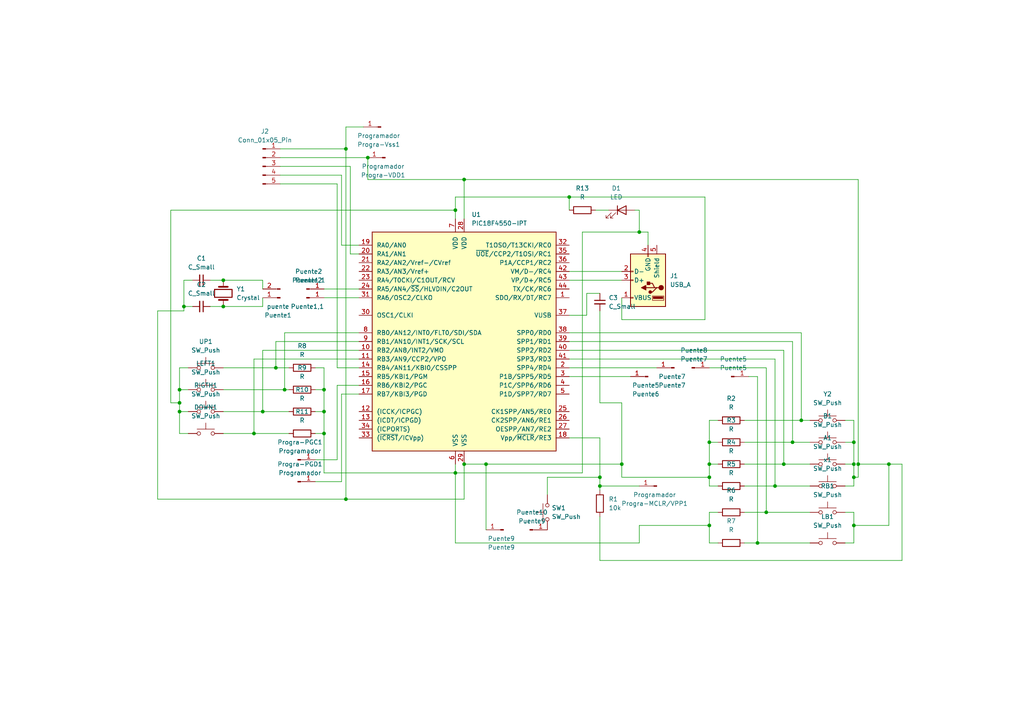
<source format=kicad_sch>
(kicad_sch (version 20250114) (generator "eeschema") (generator_version "9.0")
  (paper "A4")
  (lib_symbols
    (symbol "Connector:Conn_01x01_Pin" (pin_names (offset 1.016) (hide yes))
      (property "Reference" "J" (at 0 2.54 0))
      (property "Value" "Conn_01x01_Pin" (at 0 -2.54 0))
      (symbol "Conn_01x01_Pin_1_1"
        (rectangle (start 0.8636 0.127) (end 0 -0.127) (stroke (width 0.1524)) (fill (type outline)))
        (polyline (pts (xy 1.27 0) (xy 0.8636 0)) (stroke (width 0.1524)))
        (pin passive line (at 5.08 0 180) (length 3.81) (name "Pin_1") (number "1"))
      )
    )
    (symbol "Connector:Conn_01x02_Pin" (pin_names (offset 1.016) (hide yes))
      (property "Reference" "J" (at 0 2.54 0))
      (property "Value" "Conn_01x02_Pin" (at 0 -5.08 0))
      (symbol "Conn_01x02_Pin_1_1"
        (rectangle (start 0.8636 0.127) (end 0 -0.127) (stroke (width 0.1524)) (fill (type outline)))
        (rectangle (start 0.8636 -2.413) (end 0 -2.667) (stroke (width 0.1524)) (fill (type outline)))
        (polyline (pts (xy 1.27 0) (xy 0.8636 0)) (stroke (width 0.1524)))
        (polyline (pts (xy 1.27 -2.54) (xy 0.8636 -2.54)) (stroke (width 0.1524)))
        (pin passive line (at 5.08 0 180) (length 3.81) (name "Pin_1") (number "1"))
        (pin passive line (at 5.08 -2.54 180) (length 3.81) (name "Pin_2") (number "2"))
      )
    )
    (symbol "Connector:Conn_01x05_Pin" (pin_names (offset 1.016) (hide yes))
      (property "Reference" "J" (at 0 7.62 0))
      (property "Value" "Conn_01x05_Pin" (at 0 -7.62 0))
      (symbol "Conn_01x05_Pin_1_1"
        (rectangle (start 0.8636 5.207) (end 0 4.953) (stroke (width 0.1524)) (fill (type outline)))
        (rectangle (start 0.8636 2.667) (end 0 2.413) (stroke (width 0.1524)) (fill (type outline)))
        (rectangle (start 0.8636 0.127) (end 0 -0.127) (stroke (width 0.1524)) (fill (type outline)))
        (rectangle (start 0.8636 -2.413) (end 0 -2.667) (stroke (width 0.1524)) (fill (type outline)))
        (rectangle (start 0.8636 -4.953) (end 0 -5.207) (stroke (width 0.1524)) (fill (type outline)))
        (polyline (pts (xy 1.27 5.08) (xy 0.8636 5.08)) (stroke (width 0.1524)))
        (polyline (pts (xy 1.27 2.54) (xy 0.8636 2.54)) (stroke (width 0.1524)))
        (polyline (pts (xy 1.27 0) (xy 0.8636 0)) (stroke (width 0.1524)))
        (polyline (pts (xy 1.27 -2.54) (xy 0.8636 -2.54)) (stroke (width 0.1524)))
        (polyline (pts (xy 1.27 -5.08) (xy 0.8636 -5.08)) (stroke (width 0.1524)))
        (pin passive line (at 5.08 5.08 180) (length 3.81) (name "Pin_1") (number "1"))
        (pin passive line (at 5.08 2.54 180) (length 3.81) (name "Pin_2") (number "2"))
        (pin passive line (at 5.08 0 180) (length 3.81) (name "Pin_3") (number "3"))
        (pin passive line (at 5.08 -2.54 180) (length 3.81) (name "Pin_4") (number "4"))
        (pin passive line (at 5.08 -5.08 180) (length 3.81) (name "Pin_5") (number "5"))
      )
    )
    (symbol "Connector:USB_A" (pin_names (offset 1.016))
      (property "Reference" "J" (at -5.08 11.43 0))
      (property "Value" "USB_A" (at -5.08 8.89 0))
      (symbol "USB_A_0_1"
        (rectangle (start -5.08 -7.62) (end 5.08 7.62) (stroke (width 0.254)) (fill (type background)))
        (circle (center -3.81 2.159) (radius 0.635) (stroke (width 0.254)) (fill (type outline)))
        (polyline (pts (xy -3.175 2.159) (xy -2.54 2.159) (xy -1.27 3.429) (xy -0.635 3.429)) (stroke (width 0.254)))
        (polyline (pts (xy -2.54 2.159) (xy -1.905 2.159) (xy -1.27 0.889) (xy 0 0.889)) (stroke (width 0.254)))
        (rectangle (start -1.524 4.826) (end -4.318 5.334) (fill (type outline)))
        (rectangle (start -1.27 4.572) (end -4.572 5.842))
        (circle (center -0.635 3.429) (radius 0.381) (stroke (width 0.254)) (fill (type outline)))
        (rectangle (start -0.127 -7.62) (end 0.127 -6.858))
        (rectangle (start 0.254 1.27) (end -0.508 0.508) (stroke (width 0.254)) (fill (type outline)))
        (polyline (pts (xy 0.635 2.794) (xy 0.635 1.524) (xy 1.905 2.159) (xy 0.635 2.794)) (stroke (width 0.254)) (fill (type outline)))
        (rectangle (start 5.08 4.953) (end 4.318 5.207))
        (rectangle (start 5.08 -0.127) (end 4.318 0.127))
        (rectangle (start 5.08 -2.667) (end 4.318 -2.413))
      )
      (symbol "USB_A_1_1"
        (polyline (pts (xy -1.905 2.159) (xy 0.635 2.159)) (stroke (width 0.254)))
        (pin passive line (at -2.54 -10.16 90) (length 2.54) (name "Shield") (number "5"))
        (pin power_in line (at 0 -10.16 90) (length 2.54) (name "GND") (number "4"))
        (pin power_in line (at 7.62 5.08 180) (length 2.54) (name "VBUS") (number "1"))
        (pin bidirectional line (at 7.62 0 180) (length 2.54) (name "D+") (number "3"))
        (pin bidirectional line (at 7.62 -2.54 180) (length 2.54) (name "D-") (number "2"))
      )
    )
    (symbol "Device:C_Small" (pin_numbers (hide yes)) (pin_names (offset 0.254) (hide yes))
      (property "Reference" "C" (at 0.254 1.778 0))
      (property "Value" "C_Small" (at 0.254 -2.032 0))
      (symbol "C_Small_0_1"
        (polyline (pts (xy -1.524 0.508) (xy 1.524 0.508)) (stroke (width 0.3048)))
        (polyline (pts (xy -1.524 -0.508) (xy 1.524 -0.508)) (stroke (width 0.3302)))
      )
      (symbol "C_Small_1_1"
        (pin passive line (at 0 2.54 270) (length 2.032) (name "~") (number "1"))
        (pin passive line (at 0 -2.54 90) (length 2.032) (name "~") (number "2"))
      )
    )
    (symbol "Device:Crystal" (pin_numbers (hide yes)) (pin_names (offset 1.016) (hide yes))
      (property "Reference" "Y" (at 0 3.81 0))
      (property "Value" "Crystal" (at 0 -3.81 0))
      (symbol "Crystal_0_1"
        (polyline (pts (xy -2.54 0) (xy -1.905 0)))
        (polyline (pts (xy -1.905 -1.27) (xy -1.905 1.27)) (stroke (width 0.508)))
        (rectangle (start -1.143 2.54) (end 1.143 -2.54) (stroke (width 0.3048)))
        (polyline (pts (xy 1.905 -1.27) (xy 1.905 1.27)) (stroke (width 0.508)))
        (polyline (pts (xy 2.54 0) (xy 1.905 0)))
      )
      (symbol "Crystal_1_1"
        (pin passive line (at -3.81 0 0) (length 1.27) (name "1") (number "1"))
        (pin passive line (at 3.81 0 180) (length 1.27) (name "2") (number "2"))
      )
    )
    (symbol "Device:LED" (pin_numbers (hide yes)) (pin_names (offset 1.016) (hide yes))
      (property "Reference" "D" (at 0 2.54 0))
      (property "Value" "LED" (at 0 -2.54 0))
      (symbol "LED_0_1"
        (polyline (pts (xy -3.048 -0.762) (xy -4.572 -2.286) (xy -3.81 -2.286) (xy -4.572 -2.286) (xy -4.572 -1.524)))
        (polyline (pts (xy -1.778 -0.762) (xy -3.302 -2.286) (xy -2.54 -2.286) (xy -3.302 -2.286) (xy -3.302 -1.524)))
        (polyline (pts (xy -1.27 0) (xy 1.27 0)))
        (polyline (pts (xy -1.27 -1.27) (xy -1.27 1.27)) (stroke (width 0.254)))
        (polyline (pts (xy 1.27 -1.27) (xy 1.27 1.27) (xy -1.27 0) (xy 1.27 -1.27)) (stroke (width 0.254)))
      )
      (symbol "LED_1_1"
        (pin passive line (at -3.81 0 0) (length 2.54) (name "K") (number "1"))
        (pin passive line (at 3.81 0 180) (length 2.54) (name "A") (number "2"))
      )
    )
    (symbol "Device:R" (pin_numbers (hide yes)) (pin_names (offset 0))
      (property "Reference" "R" (at 2.032 0 90))
      (property "Value" "R" (at 0 0 90))
      (symbol "R_0_1"
        (rectangle (start -1.016 -2.54) (end 1.016 2.54) (stroke (width 0.254)))
      )
      (symbol "R_1_1"
        (pin passive line (at 0 3.81 270) (length 1.27) (name "~") (number "1"))
        (pin passive line (at 0 -3.81 90) (length 1.27) (name "~") (number "2"))
      )
    )
    (symbol "MCU_Microchip_PIC18:PIC18F4550-IPT" (pin_names (offset 1.27))
      (property "Reference" "U" (at -25.4 33.02 0))
      (property "Value" "PIC18F4550-IPT" (at 16.51 -33.02 0))
      (symbol "PIC18F4550-IPT_0_1"
        (rectangle (start -26.67 31.75) (end 26.67 -31.75) (stroke (width 0.254)) (fill (type background)))
      )
      (symbol "PIC18F4550-IPT_1_1"
        (pin bidirectional line (at -30.48 27.94 0) (length 3.81) (name "RA0/AN0") (number "19"))
        (pin bidirectional line (at -30.48 25.4 0) (length 3.81) (name "RA1/AN1") (number "20"))
        (pin bidirectional line (at -30.48 22.86 0) (length 3.81) (name "RA2/AN2/Vref-/CVref") (number "21"))
        (pin bidirectional line (at -30.48 20.32 0) (length 3.81) (name "RA3/AN3/Vref+") (number "22"))
        (pin bidirectional line (at -30.48 17.78 0) (length 3.81) (name "RA4/T0CKI/C1OUT/RCV") (number "23"))
        (pin bidirectional line (at -30.48 15.24 0) (length 3.81) (name "RA5/AN4/~{SS}/HLVDIN/C2OUT") (number "24"))
        (pin output line (at -30.48 12.7 0) (length 3.81) (name "RA6/OSC2/CLKO") (number "31"))
        (pin input line (at -30.48 7.62 0) (length 3.81) (name "OSC1/CLKI") (number "30"))
        (pin bidirectional line (at -30.48 2.54 0) (length 3.81) (name "RB0/AN12/INT0/FLT0/SDI/SDA") (number "8"))
        (pin bidirectional line (at -30.48 0 0) (length 3.81) (name "RB1/AN10/INT1/SCK/SCL") (number "9"))
        (pin bidirectional line (at -30.48 -2.54 0) (length 3.81) (name "RB2/AN8/INT2/VMO") (number "10"))
        (pin bidirectional line (at -30.48 -5.08 0) (length 3.81) (name "RB3/AN9/CCP2/VPO") (number "11"))
        (pin bidirectional line (at -30.48 -7.62 0) (length 3.81) (name "RB4/AN11/KBI0/CSSPP") (number "14"))
        (pin bidirectional line (at -30.48 -10.16 0) (length 3.81) (name "RB5/KBI1/PGM") (number "15"))
        (pin bidirectional line (at -30.48 -12.7 0) (length 3.81) (name "RB6/KBI2/PGC") (number "16"))
        (pin bidirectional line (at -30.48 -15.24 0) (length 3.81) (name "RB7/KBI3/PGD") (number "17"))
        (pin bidirectional line (at -30.48 -20.32 0) (length 3.81) (name "(ICCK/ICPGC)") (number "12"))
        (pin bidirectional line (at -30.48 -22.86 0) (length 3.81) (name "(ICDT/ICPGD)") (number "13"))
        (pin bidirectional line (at -30.48 -25.4 0) (length 3.81) (name "(ICPORTS)") (number "34"))
        (pin input line (at -30.48 -27.94 0) (length 3.81) (name "(~{ICRST}/ICVpp)") (number "33"))
        (pin power_in line (at -2.54 35.56 270) (length 3.81) (name "VDD") (number "7"))
        (pin power_in line (at -2.54 -35.56 90) (length 3.81) (name "VSS") (number "6"))
        (pin power_in line (at 0 35.56 270) (length 3.81) (name "VDD") (number "28"))
        (pin power_in line (at 0 -35.56 90) (length 3.81) (name "VSS") (number "29"))
        (pin bidirectional line (at 30.48 27.94 180) (length 3.81) (name "T1OSO/T13CKI/RC0") (number "32"))
        (pin bidirectional line (at 30.48 25.4 180) (length 3.81) (name "~{UOE}/CCP2/T1OSI/RC1") (number "35"))
        (pin bidirectional line (at 30.48 22.86 180) (length 3.81) (name "P1A/CCP1/RC2") (number "36"))
        (pin bidirectional line (at 30.48 20.32 180) (length 3.81) (name "VM/D-/RC4") (number "42"))
        (pin bidirectional line (at 30.48 17.78 180) (length 3.81) (name "VP/D+/RC5") (number "43"))
        (pin bidirectional line (at 30.48 15.24 180) (length 3.81) (name "TX/CK/RC6") (number "44"))
        (pin bidirectional line (at 30.48 12.7 180) (length 3.81) (name "SDO/RX/DT/RC7") (number "1"))
        (pin bidirectional line (at 30.48 7.62 180) (length 3.81) (name "VUSB") (number "37"))
        (pin bidirectional line (at 30.48 2.54 180) (length 3.81) (name "SPP0/RD0") (number "38"))
        (pin bidirectional line (at 30.48 0 180) (length 3.81) (name "SPP1/RD1") (number "39"))
        (pin bidirectional line (at 30.48 -2.54 180) (length 3.81) (name "SPP2/RD2") (number "40"))
        (pin bidirectional line (at 30.48 -5.08 180) (length 3.81) (name "SPP3/RD3") (number "41"))
        (pin bidirectional line (at 30.48 -7.62 180) (length 3.81) (name "SPP4/RD4") (number "2"))
        (pin bidirectional line (at 30.48 -10.16 180) (length 3.81) (name "P1B/SPP5/RD5") (number "3"))
        (pin bidirectional line (at 30.48 -12.7 180) (length 3.81) (name "P1C/SPP6/RD6") (number "4"))
        (pin bidirectional line (at 30.48 -15.24 180) (length 3.81) (name "P1D/SPP7/RD7") (number "5"))
        (pin bidirectional line (at 30.48 -20.32 180) (length 3.81) (name "CK1SPP/AN5/RE0") (number "25"))
        (pin bidirectional line (at 30.48 -22.86 180) (length 3.81) (name "CK2SPP/AN6/RE1") (number "26"))
        (pin bidirectional line (at 30.48 -25.4 180) (length 3.81) (name "OESPP/AN7/RE2") (number "27"))
        (pin input line (at 30.48 -27.94 180) (length 3.81) (name "Vpp/~{MCLR}/RE3") (number "18"))
      )
    )
    (symbol "Switch:SW_Push" (pin_numbers (hide yes)) (pin_names (offset 1.016) (hide yes))
      (property "Reference" "SW" (at 1.27 2.54 0))
      (property "Value" "SW_Push" (at 0 -1.524 0))
      (symbol "SW_Push_0_1"
        (circle (center -2.032 0) (radius 0.508))
        (polyline (pts (xy 0 1.27) (xy 0 3.048)))
        (circle (center 2.032 0) (radius 0.508))
        (polyline (pts (xy 2.54 1.27) (xy -2.54 1.27)))
        (pin passive line (at -5.08 0 0) (length 2.54) (name "1") (number "1"))
        (pin passive line (at 5.08 0 180) (length 2.54) (name "2") (number "2"))
      )
    )
  )
  (junction (at 222.25 148.59))
  (junction (at 224.79 140.97))
  (junction (at 205.74 128.27))
  (junction (at 247.65 134.62))
  (junction (at 205.74 152.4))
  (junction (at 76.2 119.38))
  (junction (at 134.62 52.07))
  (junction (at 93.98 119.38))
  (junction (at 247.65 138.43))
  (junction (at 248.92 134.62))
  (junction (at 140.97 134.62))
  (junction (at 132.08 137.16))
  (junction (at 100.33 43.18))
  (junction (at 93.98 125.73))
  (junction (at 53.34 88.9))
  (junction (at 180.34 134.62))
  (junction (at 52.07 113.03))
  (junction (at 227.33 134.62))
  (junction (at 132.08 60.96))
  (junction (at 93.98 113.03))
  (junction (at 205.74 134.62))
  (junction (at 64.77 81.28))
  (junction (at 73.66 125.73))
  (junction (at 82.55 113.03))
  (junction (at 229.87 128.27))
  (junction (at 247.65 152.4))
  (junction (at 64.77 88.9))
  (junction (at 173.99 140.97))
  (junction (at 247.65 128.27))
  (junction (at 165.1 57.15))
  (junction (at 134.62 134.62))
  (junction (at 257.81 134.62))
  (junction (at 100.33 144.78))
  (junction (at 219.71 157.48))
  (junction (at 232.41 121.92))
  (junction (at 80.01 106.68))
  (junction (at 205.74 138.43))
  (junction (at 173.99 138.43))
  (junction (at 52.07 116.84))
  (junction (at 106.68 45.72))
  (junction (at 185.42 67.31))
  (junction (at 52.07 119.38))
  (wire (pts (xy 158.75 138.43) (xy 173.99 138.43)))
  (wire (pts (xy 105.41 36.83) (xy 100.33 36.83)))
  (wire (pts (xy 247.65 152.4) (xy 257.81 152.4)))
  (wire (pts (xy 187.96 67.31) (xy 185.42 67.31)))
  (wire (pts (xy 215.9 128.27) (xy 229.87 128.27)))
  (wire (pts (xy 82.55 113.03) (xy 83.82 113.03)))
  (wire (pts (xy 180.34 116.84) (xy 180.34 134.62)))
  (wire (pts (xy 247.65 152.4) (xy 247.65 157.48)))
  (wire (pts (xy 132.08 137.16) (xy 132.08 134.62)))
  (wire (pts (xy 219.71 157.48) (xy 234.95 157.48)))
  (wire (pts (xy 104.14 101.6) (xy 76.2 101.6)))
  (wire (pts (xy 165.1 106.68) (xy 190.5 106.68)))
  (wire (pts (xy 173.99 149.86) (xy 173.99 162.56)))
  (wire (pts (xy 247.65 138.43) (xy 247.65 140.97)))
  (wire (pts (xy 208.28 128.27) (xy 205.74 128.27)))
  (wire (pts (xy 93.98 86.36) (xy 104.14 86.36)))
  (wire (pts (xy 76.2 88.9) (xy 64.77 88.9)))
  (wire (pts (xy 215.9 121.92) (xy 232.41 121.92)))
  (wire (pts (xy 158.75 143.51) (xy 158.75 138.43)))
  (wire (pts (xy 81.28 50.8) (xy 99.06 50.8)))
  (wire (pts (xy 247.65 148.59) (xy 247.65 152.4)))
  (wire (pts (xy 140.97 153.67) (xy 140.97 134.62)))
  (wire (pts (xy 64.77 113.03) (xy 82.55 113.03)))
  (wire (pts (xy 93.98 83.82) (xy 104.14 83.82)))
  (wire (pts (xy 99.06 50.8) (xy 99.06 71.12)))
  (wire (pts (xy 205.74 121.92) (xy 205.74 128.27)))
  (wire (pts (xy 172.72 60.96) (xy 176.53 60.96)))
  (wire (pts (xy 52.07 106.68) (xy 52.07 113.03)))
  (wire (pts (xy 93.98 137.16) (xy 132.08 137.16)))
  (wire (pts (xy 180.34 86.36) (xy 180.34 92.71)))
  (wire (pts (xy 215.9 148.59) (xy 222.25 148.59)))
  (wire (pts (xy 80.01 99.06) (xy 80.01 106.68)))
  (wire (pts (xy 165.1 78.74) (xy 180.34 78.74)))
  (wire (pts (xy 81.28 53.34) (xy 97.79 53.34)))
  (wire (pts (xy 55.88 81.28) (xy 53.34 81.28)))
  (wire (pts (xy 93.98 125.73) (xy 91.44 125.73)))
  (wire (pts (xy 204.47 57.15) (xy 165.1 57.15)))
  (wire (pts (xy 80.01 106.68) (xy 83.82 106.68)))
  (wire (pts (xy 54.61 113.03) (xy 52.07 113.03)))
  (wire (pts (xy 53.34 88.9) (xy 53.34 90.17)))
  (wire (pts (xy 168.91 137.16) (xy 132.08 137.16)))
  (wire (pts (xy 76.2 83.82) (xy 76.2 81.28)))
  (wire (pts (xy 227.33 134.62) (xy 234.95 134.62)))
  (wire (pts (xy 91.44 119.38) (xy 93.98 119.38)))
  (wire (pts (xy 170.18 85.09) (xy 170.18 91.44)))
  (wire (pts (xy 247.65 128.27) (xy 247.65 134.62)))
  (wire (pts (xy 180.34 138.43) (xy 180.34 134.62)))
  (wire (pts (xy 106.68 45.72) (xy 106.68 52.07)))
  (wire (pts (xy 53.34 90.17) (xy 45.72 90.17)))
  (wire (pts (xy 60.96 81.28) (xy 64.77 81.28)))
  (wire (pts (xy 99.06 71.12) (xy 104.14 71.12)))
  (wire (pts (xy 222.25 106.68) (xy 222.25 148.59)))
  (wire (pts (xy 165.1 101.6) (xy 227.33 101.6)))
  (wire (pts (xy 229.87 99.06) (xy 229.87 128.27)))
  (wire (pts (xy 208.28 157.48) (xy 205.74 157.48)))
  (wire (pts (xy 54.61 106.68) (xy 52.07 106.68)))
  (wire (pts (xy 205.74 128.27) (xy 205.74 134.62)))
  (wire (pts (xy 52.07 116.84) (xy 52.07 119.38)))
  (wire (pts (xy 165.1 99.06) (xy 229.87 99.06)))
  (wire (pts (xy 132.08 157.48) (xy 185.42 157.48)))
  (wire (pts (xy 208.28 134.62) (xy 205.74 134.62)))
  (wire (pts (xy 140.97 134.62) (xy 134.62 134.62)))
  (wire (pts (xy 173.99 90.17) (xy 173.99 116.84)))
  (wire (pts (xy 185.42 152.4) (xy 205.74 152.4)))
  (wire (pts (xy 49.53 116.84) (xy 52.07 116.84)))
  (wire (pts (xy 104.14 96.52) (xy 82.55 96.52)))
  (wire (pts (xy 173.99 140.97) (xy 185.42 140.97)))
  (wire (pts (xy 45.72 144.78) (xy 100.33 144.78)))
  (wire (pts (xy 180.34 134.62) (xy 140.97 134.62)))
  (wire (pts (xy 173.99 116.84) (xy 180.34 116.84)))
  (wire (pts (xy 185.42 67.31) (xy 168.91 67.31)))
  (wire (pts (xy 248.92 52.07) (xy 134.62 52.07)))
  (wire (pts (xy 52.07 113.03) (xy 52.07 116.84)))
  (wire (pts (xy 232.41 121.92) (xy 234.95 121.92)))
  (wire (pts (xy 165.1 104.14) (xy 224.79 104.14)))
  (wire (pts (xy 247.65 138.43) (xy 248.92 138.43)))
  (wire (pts (xy 224.79 140.97) (xy 234.95 140.97)))
  (wire (pts (xy 54.61 125.73) (xy 52.07 125.73)))
  (wire (pts (xy 134.62 144.78) (xy 134.62 134.62)))
  (wire (pts (xy 219.71 109.22) (xy 219.71 157.48)))
  (wire (pts (xy 173.99 138.43) (xy 173.99 140.97)))
  (wire (pts (xy 185.42 152.4) (xy 185.42 157.48)))
  (wire (pts (xy 257.81 152.4) (xy 257.81 134.62)))
  (wire (pts (xy 205.74 148.59) (xy 208.28 148.59)))
  (wire (pts (xy 91.44 113.03) (xy 93.98 113.03)))
  (wire (pts (xy 261.62 134.62) (xy 257.81 134.62)))
  (wire (pts (xy 180.34 92.71) (xy 204.47 92.71)))
  (wire (pts (xy 100.33 144.78) (xy 134.62 144.78)))
  (wire (pts (xy 165.1 109.22) (xy 182.88 109.22)))
  (wire (pts (xy 165.1 96.52) (xy 232.41 96.52)))
  (wire (pts (xy 91.44 133.35) (xy 97.79 133.35)))
  (wire (pts (xy 93.98 125.73) (xy 93.98 137.16)))
  (wire (pts (xy 222.25 148.59) (xy 234.95 148.59)))
  (wire (pts (xy 173.99 140.97) (xy 173.99 142.24)))
  (wire (pts (xy 100.33 43.18) (xy 100.33 144.78)))
  (wire (pts (xy 101.6 48.26) (xy 101.6 73.66)))
  (wire (pts (xy 82.55 96.52) (xy 82.55 113.03)))
  (wire (pts (xy 247.65 157.48) (xy 245.11 157.48)))
  (wire (pts (xy 132.08 157.48) (xy 132.08 137.16)))
  (wire (pts (xy 73.66 104.14) (xy 73.66 125.73)))
  (wire (pts (xy 245.11 121.92) (xy 247.65 121.92)))
  (wire (pts (xy 64.77 88.9) (xy 60.96 88.9)))
  (wire (pts (xy 45.72 90.17) (xy 45.72 144.78)))
  (wire (pts (xy 83.82 125.73) (xy 73.66 125.73)))
  (wire (pts (xy 97.79 111.76) (xy 97.79 133.35)))
  (wire (pts (xy 97.79 53.34) (xy 97.79 106.68)))
  (wire (pts (xy 173.99 127) (xy 173.99 138.43)))
  (wire (pts (xy 165.1 57.15) (xy 165.1 60.96)))
  (wire (pts (xy 185.42 60.96) (xy 185.42 67.31)))
  (wire (pts (xy 76.2 119.38) (xy 64.77 119.38)))
  (wire (pts (xy 76.2 81.28) (xy 64.77 81.28)))
  (wire (pts (xy 93.98 106.68) (xy 93.98 113.03)))
  (wire (pts (xy 215.9 140.97) (xy 224.79 140.97)))
  (wire (pts (xy 53.34 81.28) (xy 53.34 88.9)))
  (wire (pts (xy 53.34 88.9) (xy 55.88 88.9)))
  (wire (pts (xy 204.47 92.71) (xy 204.47 57.15)))
  (wire (pts (xy 205.74 138.43) (xy 205.74 140.97)))
  (wire (pts (xy 205.74 148.59) (xy 205.74 152.4)))
  (wire (pts (xy 170.18 91.44) (xy 165.1 91.44)))
  (wire (pts (xy 245.11 140.97) (xy 247.65 140.97)))
  (wire (pts (xy 205.74 121.92) (xy 208.28 121.92)))
  (wire (pts (xy 91.44 139.7) (xy 99.06 139.7)))
  (wire (pts (xy 97.79 106.68) (xy 104.14 106.68)))
  (wire (pts (xy 76.2 86.36) (xy 76.2 88.9)))
  (wire (pts (xy 49.53 116.84) (xy 49.53 60.96)))
  (wire (pts (xy 132.08 57.15) (xy 132.08 60.96)))
  (wire (pts (xy 132.08 60.96) (xy 132.08 63.5)))
  (wire (pts (xy 227.33 101.6) (xy 227.33 134.62)))
  (wire (pts (xy 173.99 85.09) (xy 170.18 85.09)))
  (wire (pts (xy 215.9 157.48) (xy 219.71 157.48)))
  (wire (pts (xy 247.65 121.92) (xy 247.65 128.27)))
  (wire (pts (xy 76.2 101.6) (xy 76.2 119.38)))
  (wire (pts (xy 248.92 138.43) (xy 248.92 134.62)))
  (wire (pts (xy 180.34 138.43) (xy 205.74 138.43)))
  (wire (pts (xy 93.98 113.03) (xy 93.98 119.38)))
  (wire (pts (xy 232.41 96.52) (xy 232.41 121.92)))
  (wire (pts (xy 64.77 106.68) (xy 80.01 106.68)))
  (wire (pts (xy 168.91 67.31) (xy 168.91 137.16)))
  (wire (pts (xy 229.87 128.27) (xy 234.95 128.27)))
  (wire (pts (xy 52.07 119.38) (xy 52.07 125.73)))
  (wire (pts (xy 165.1 81.28) (xy 180.34 81.28)))
  (wire (pts (xy 134.62 52.07) (xy 134.62 63.5)))
  (wire (pts (xy 83.82 119.38) (xy 76.2 119.38)))
  (wire (pts (xy 104.14 99.06) (xy 80.01 99.06)))
  (wire (pts (xy 257.81 134.62) (xy 248.92 134.62)))
  (wire (pts (xy 100.33 36.83) (xy 100.33 43.18)))
  (wire (pts (xy 99.06 114.3) (xy 99.06 139.7)))
  (wire (pts (xy 99.06 114.3) (xy 104.14 114.3)))
  (wire (pts (xy 184.15 60.96) (xy 185.42 60.96)))
  (wire (pts (xy 106.68 52.07) (xy 134.62 52.07)))
  (wire (pts (xy 97.79 111.76) (xy 104.14 111.76)))
  (wire (pts (xy 165.1 127) (xy 173.99 127)))
  (wire (pts (xy 101.6 73.66) (xy 104.14 73.66)))
  (wire (pts (xy 248.92 134.62) (xy 248.92 52.07)))
  (wire (pts (xy 93.98 106.68) (xy 91.44 106.68)))
  (wire (pts (xy 205.74 134.62) (xy 205.74 138.43)))
  (wire (pts (xy 224.79 104.14) (xy 224.79 140.97)))
  (wire (pts (xy 104.14 104.14) (xy 73.66 104.14)))
  (wire (pts (xy 205.74 152.4) (xy 205.74 157.48)))
  (wire (pts (xy 245.11 134.62) (xy 247.65 134.62)))
  (wire (pts (xy 217.17 109.22) (xy 219.71 109.22)))
  (wire (pts (xy 165.1 57.15) (xy 132.08 57.15)))
  (wire (pts (xy 81.28 43.18) (xy 100.33 43.18)))
  (wire (pts (xy 81.28 48.26) (xy 101.6 48.26)))
  (wire (pts (xy 245.11 148.59) (xy 247.65 148.59)))
  (wire (pts (xy 54.61 119.38) (xy 52.07 119.38)))
  (wire (pts (xy 73.66 125.73) (xy 64.77 125.73)))
  (wire (pts (xy 247.65 134.62) (xy 247.65 138.43)))
  (wire (pts (xy 173.99 162.56) (xy 261.62 162.56)))
  (wire (pts (xy 205.74 140.97) (xy 208.28 140.97)))
  (wire (pts (xy 49.53 60.96) (xy 132.08 60.96)))
  (wire (pts (xy 245.11 128.27) (xy 247.65 128.27)))
  (wire (pts (xy 187.96 67.31) (xy 187.96 71.12)))
  (wire (pts (xy 81.28 45.72) (xy 106.68 45.72)))
  (wire (pts (xy 215.9 134.62) (xy 227.33 134.62)))
  (wire (pts (xy 205.74 106.68) (xy 222.25 106.68)))
  (wire (pts (xy 93.98 119.38) (xy 93.98 125.73)))
  (wire (pts (xy 261.62 162.56) (xy 261.62 134.62)))
  (symbol (lib_id "Device:R") (at 212.09 157.48 270) (unit 1)
    (property "Reference" "R7" (at 212.09 151.13 90))
    (property "Value" "R" (at 212.09 153.67 90))
    (property "Footprint" "Resistor_THT:R_Axial_DIN0207_L6.3mm_D2.5mm_P10.16mm_Horizontal" (effects (hide yes)))
    (property "Description" "Resistor" (effects (hide yes)))
  )
  (symbol (lib_id "Connector:Conn_01x01_Pin") (at 200.66 106.68 0) (unit 1)
    (property "Reference" "Puente8" (at 201.295 101.6 0))
    (property "Value" "Puente7" (at 201.295 104.14 0))
    (property "Footprint" "Connector_PinHeader_2.54mm:PinHeader_1x01_P2.54mm_Vertical" (effects (hide yes)))
    (property "Description" "Generic connector, single row, 01x01, script generated" (effects (hide yes)))
  )
  (symbol (lib_id "Device:R") (at 87.63 106.68 90) (mirror x) (unit 1)
    (property "Reference" "R8" (at 87.63 100.33 90))
    (property "Value" "R" (at 87.63 102.87 90))
    (property "Footprint" "Resistor_THT:R_Axial_DIN0204_L3.6mm_D1.6mm_P7.62mm_Horizontal" (effects (hide yes)))
    (property "Description" "Resistor" (effects (hide yes)))
  )
  (symbol (lib_id "Device:Crystal") (at 64.77 85.09 270) (unit 1)
    (property "Reference" "Y1" (at 68.58 83.8199 90) (effects (justify left)))
    (property "Value" "Crystal" (at 68.58 86.3599 90) (effects (justify left)))
    (property "Footprint" "Crystal:Crystal_HC52-U_Vertical" (effects (hide yes)))
    (property "Description" "Two pin crystal" (effects (hide yes)))
  )
  (symbol (lib_id "Connector:Conn_01x01_Pin") (at 195.58 106.68 180) (unit 1)
    (property "Reference" "Puente7" (at 194.945 111.76 0))
    (property "Value" "Puente7" (at 194.945 109.22 0))
    (property "Footprint" "Connector_PinHeader_2.54mm:PinHeader_1x01_P2.54mm_Vertical" (effects (hide yes)))
    (property "Description" "Generic connector, single row, 01x01, script generated" (effects (hide yes)))
  )
  (symbol (lib_id "Device:R") (at 87.63 113.03 90) (mirror x) (unit 1)
    (property "Reference" "R9" (at 87.63 106.68 90))
    (property "Value" "R" (at 87.63 109.22 90))
    (property "Footprint" "Resistor_THT:R_Axial_DIN0204_L3.6mm_D1.6mm_P7.62mm_Horizontal" (effects (hide yes)))
    (property "Description" "Resistor" (effects (hide yes)))
  )
  (symbol (lib_id "Connector:Conn_01x02_Pin") (at 81.28 86.36 180) (unit 1)
    (property "Reference" "Puente1" (at 80.645 91.44 0))
    (property "Value" "puente" (at 80.645 88.9 0))
    (property "Footprint" "Connector_PinHeader_2.54mm:PinHeader_1x02_P2.54mm_Vertical" (effects (hide yes)))
    (property "Description" "Generic connector, single row, 01x02, script generated" (effects (hide yes)))
  )
  (symbol (lib_id "Connector:Conn_01x01_Pin") (at 111.76 45.72 180) (unit 1)
    (property "Reference" "Progra-VDD1" (at 111.125 50.8 0))
    (property "Value" "Programador" (at 111.125 48.26 0))
    (property "Footprint" "Connector_PinHeader_2.54mm:PinHeader_1x01_P2.54mm_Vertical" (effects (hide yes)))
    (property "Description" "Generic connector, single row, 01x01, script generated" (effects (hide yes)))
  )
  (symbol (lib_id "Device:C_Small") (at 173.99 87.63 0) (unit 1)
    (property "Reference" "C3" (at 176.53 86.3662 0) (effects (justify left)))
    (property "Value" "C_Small" (at 176.53 88.9062 0) (effects (justify left)))
    (property "Footprint" "Capacitor_THT:C_Disc_D5.0mm_W2.5mm_P2.50mm" (effects (hide yes)))
    (property "Description" "Unpolarized capacitor, small symbol" (effects (hide yes)))
  )
  (symbol (lib_id "Connector:Conn_01x01_Pin") (at 88.9 83.82 0) (unit 1)
    (property "Reference" "Puente2" (at 89.535 78.74 0))
    (property "Value" "Puente2" (at 89.535 81.28 0))
    (property "Footprint" "Connector_PinHeader_2.54mm:PinHeader_1x01_P2.54mm_Vertical" (effects (hide yes)))
    (property "Description" "Generic connector, single row, 01x01, script generated" (effects (hide yes)))
  )
  (symbol (lib_id "Connector:Conn_01x01_Pin") (at 190.5 140.97 180) (unit 1)
    (property "Reference" "Progra-MCLR/VPP1" (at 189.865 146.05 0))
    (property "Value" "Programador" (at 189.865 143.51 0))
    (property "Footprint" "Connector_PinHeader_2.54mm:PinHeader_1x01_P2.54mm_Vertical" (effects (hide yes)))
    (property "Description" "Generic connector, single row, 01x01, script generated" (effects (hide yes)))
  )
  (symbol (lib_id "Device:R") (at 212.09 140.97 270) (unit 1)
    (property "Reference" "R5" (at 212.09 134.62 90))
    (property "Value" "R" (at 212.09 137.16 90))
    (property "Footprint" "Resistor_THT:R_Axial_DIN0207_L6.3mm_D2.5mm_P10.16mm_Horizontal" (effects (hide yes)))
    (property "Description" "Resistor" (effects (hide yes)))
  )
  (symbol (lib_id "Connector:Conn_01x01_Pin") (at 88.9 86.36 0) (unit 1)
    (property "Reference" "Puente1,1" (at 89.535 81.28 0))
    (property "Value" "Puente1,1" (at 89.154 88.9 0))
    (property "Footprint" "Connector_PinHeader_2.54mm:PinHeader_1x01_P2.54mm_Vertical" (effects (hide yes)))
    (property "Description" "Generic connector, single row, 01x01, script generated" (effects (hide yes)))
  )
  (symbol (lib_id "Connector:Conn_01x01_Pin") (at 146.05 153.67 180) (unit 1)
    (property "Reference" "Puente9" (at 145.415 158.75 0))
    (property "Value" "Puente9" (at 145.415 156.21 0))
    (property "Footprint" "Connector_PinHeader_2.54mm:PinHeader_1x01_P2.54mm_Vertical" (effects (hide yes)))
    (property "Description" "Generic connector, single row, 01x01, script generated" (effects (hide yes)))
  )
  (symbol (lib_id "Device:R") (at 168.91 60.96 270) (unit 1)
    (property "Reference" "R13" (at 168.91 54.61 90))
    (property "Value" "R" (at 168.91 57.15 90))
    (property "Footprint" "Resistor_THT:R_Axial_DIN0207_L6.3mm_D2.5mm_P10.16mm_Horizontal" (effects (hide yes)))
    (property "Description" "Resistor" (effects (hide yes)))
  )
  (symbol (lib_id "Connector:Conn_01x01_Pin") (at 187.96 109.22 180) (unit 1)
    (property "Reference" "Puente6" (at 187.325 114.3 0))
    (property "Value" "Puente5" (at 187.325 111.76 0))
    (property "Footprint" "Connector_PinHeader_2.54mm:PinHeader_1x01_P2.54mm_Vertical" (effects (hide yes)))
    (property "Description" "Generic connector, single row, 01x01, script generated" (effects (hide yes)))
  )
  (symbol (lib_id "Device:R") (at 87.63 125.73 90) (mirror x) (unit 1)
    (property "Reference" "R11" (at 87.63 119.38 90))
    (property "Value" "R" (at 87.63 121.92 90))
    (property "Footprint" "Resistor_THT:R_Axial_DIN0204_L3.6mm_D1.6mm_P7.62mm_Horizontal" (effects (hide yes)))
    (property "Description" "Resistor" (effects (hide yes)))
  )
  (symbol (lib_id "Switch:SW_Push") (at 59.69 119.38 0) (mirror y) (unit 1)
    (property "Reference" "RIGTH1" (at 59.69 111.76 0))
    (property "Value" "SW_Push" (at 59.69 114.3 0))
    (property "Footprint" "Button_Switch_THT:SW_PUSH_6mm" (effects (hide yes)))
    (property "Description" "Push button switch, generic, two pins" (effects (hide yes)))
  )
  (symbol (lib_id "Switch:SW_Push") (at 59.69 106.68 0) (mirror y) (unit 1)
    (property "Reference" "UP1" (at 59.69 99.06 0))
    (property "Value" "SW_Push" (at 59.69 101.6 0))
    (property "Footprint" "Button_Switch_THT:SW_PUSH_6mm" (effects (hide yes)))
    (property "Description" "Push button switch, generic, two pins" (effects (hide yes)))
  )
  (symbol (lib_id "Connector:Conn_01x05_Pin") (at 76.2 48.26 0) (unit 1)
    (property "Reference" "J2" (at 76.835 38.1 0))
    (property "Value" "Conn_01x05_Pin" (at 76.835 40.64 0))
    (property "Footprint" "Connector_JST:JST_VH_B5P-VH_1x05_P3.96mm_Vertical" (effects (hide yes)))
    (property "Description" "Generic connector, single row, 01x05, script generated" (effects (hide yes)))
  )
  (symbol (lib_id "Device:C_Small") (at 58.42 88.9 270) (unit 1)
    (property "Reference" "C2" (at 58.4136 82.55 90))
    (property "Value" "C_Small" (at 58.4136 85.09 90))
    (property "Footprint" "Capacitor_THT:C_Disc_D6.0mm_W2.5mm_P5.00mm" (effects (hide yes)))
    (property "Description" "Unpolarized capacitor, small symbol" (effects (hide yes)))
  )
  (symbol (lib_id "Switch:SW_Push") (at 158.75 148.59 90) (unit 1)
    (property "Reference" "SW1" (at 160.02 147.3199 90) (effects (justify right)))
    (property "Value" "SW_Push" (at 160.02 149.8599 90) (effects (justify right)))
    (property "Footprint" "Button_Switch_THT:SW_PUSH_6mm" (effects (hide yes)))
    (property "Description" "Push button switch, generic, two pins" (effects (hide yes)))
  )
  (symbol (lib_id "Connector:Conn_01x01_Pin") (at 86.36 133.35 0) (unit 1)
    (property "Reference" "Progra-PGC1" (at 86.995 128.27 0))
    (property "Value" "Programador" (at 86.995 130.81 0))
    (property "Footprint" "Connector_PinHeader_2.54mm:PinHeader_1x01_P2.54mm_Vertical" (effects (hide yes)))
    (property "Description" "Generic connector, single row, 01x01, script generated" (effects (hide yes)))
  )
  (symbol (lib_id "Switch:SW_Push") (at 240.03 157.48 0) (unit 1)
    (property "Reference" "LB1" (at 240.03 149.86 0))
    (property "Value" "SW_Push" (at 240.03 152.4 0))
    (property "Footprint" "Button_Switch_THT:SW_PUSH_6mm" (effects (hide yes)))
    (property "Description" "Push button switch, generic, two pins" (effects (hide yes)))
  )
  (symbol (lib_id "Switch:SW_Push") (at 240.03 134.62 0) (unit 1)
    (property "Reference" "A1" (at 240.03 127 0))
    (property "Value" "SW_Push" (at 240.03 129.54 0))
    (property "Footprint" "Button_Switch_THT:SW_PUSH_6mm" (effects (hide yes)))
    (property "Description" "Push button switch, generic, two pins" (effects (hide yes)))
  )
  (symbol (lib_id "Connector:USB_A") (at 187.96 81.28 180) (unit 1)
    (property "Reference" "J1" (at 194.31 80.0099 0) (effects (justify right)))
    (property "Value" "USB_A" (at 194.31 82.5499 0) (effects (justify right)))
    (property "Footprint" "Connector_USB:USB_A_Molex_67643_Horizontal" (effects (hide yes)))
    (property "Description" "USB Type A connector" (effects (hide yes)))
  )
  (symbol (lib_id "Connector:Conn_01x01_Pin") (at 110.49 36.83 180) (unit 1)
    (property "Reference" "Progra-Vss1" (at 109.855 41.91 0))
    (property "Value" "Programador" (at 109.855 39.37 0))
    (property "Footprint" "Connector_PinHeader_2.54mm:PinHeader_1x01_P2.54mm_Vertical" (effects (hide yes)))
    (property "Description" "Generic connector, single row, 01x01, script generated" (effects (hide yes)))
  )
  (symbol (lib_id "Switch:SW_Push") (at 240.03 121.92 0) (unit 1)
    (property "Reference" "Y2" (at 240.03 114.3 0))
    (property "Value" "SW_Push" (at 240.03 116.84 0))
    (property "Footprint" "Button_Switch_THT:SW_PUSH_6mm" (effects (hide yes)))
    (property "Description" "Push button switch, generic, two pins" (effects (hide yes)))
  )
  (symbol (lib_id "Device:R") (at 212.09 128.27 270) (unit 1)
    (property "Reference" "R3" (at 212.09 121.92 90))
    (property "Value" "R" (at 212.09 124.46 90))
    (property "Footprint" "Resistor_THT:R_Axial_DIN0207_L6.3mm_D2.5mm_P10.16mm_Horizontal" (effects (hide yes)))
    (property "Description" "Resistor" (effects (hide yes)))
  )
  (symbol (lib_id "Device:R") (at 212.09 148.59 270) (unit 1)
    (property "Reference" "R6" (at 212.09 142.24 90))
    (property "Value" "R" (at 212.09 144.78 90))
    (property "Footprint" "Resistor_THT:R_Axial_DIN0207_L6.3mm_D2.5mm_P10.16mm_Horizontal" (effects (hide yes)))
    (property "Description" "Resistor" (effects (hide yes)))
  )
  (symbol (lib_id "MCU_Microchip_PIC18:PIC18F4550-IPT") (at 134.62 99.06 0) (unit 1)
    (property "Reference" "U1" (at 136.7633 62.23 0) (effects (justify left)))
    (property "Value" "PIC18F4550-IPT" (at 136.7633 64.77 0) (effects (justify left)))
    (property "Footprint" "Package_QFP:TQFP-44_10x10mm_P0.8mm" (effects (hide yes)))
    (property "Datasheet" "http://ww1.microchip.com/downloads/en/DeviceDoc/39760d.pdf" (effects (hide yes)))
    (property "Description" "32K Flash, 2K SRAM, 256 EEPROM, USB, nanoWatt XLP, TQFP44" (effects (hide yes)))
  )
  (symbol (lib_id "Switch:SW_Push") (at 240.03 140.97 0) (unit 1)
    (property "Reference" "x1" (at 240.03 133.35 0))
    (property "Value" "SW_Push" (at 240.03 135.89 0))
    (property "Footprint" "Button_Switch_THT:SW_PUSH_6mm" (effects (hide yes)))
    (property "Description" "Push button switch, generic, two pins" (effects (hide yes)))
  )
  (symbol (lib_id "Switch:SW_Push") (at 240.03 128.27 0) (unit 1)
    (property "Reference" "B1" (at 240.03 120.65 0))
    (property "Value" "SW_Push" (at 240.03 123.19 0))
    (property "Footprint" "Button_Switch_THT:SW_PUSH_6mm" (effects (hide yes)))
    (property "Description" "Push button switch, generic, two pins" (effects (hide yes)))
  )
  (symbol (lib_id "Connector:Conn_01x01_Pin") (at 86.36 139.7 0) (unit 1)
    (property "Reference" "Progra-PGD1" (at 86.995 134.62 0))
    (property "Value" "Programador" (at 86.995 137.16 0))
    (property "Footprint" "Connector_PinHeader_2.54mm:PinHeader_1x01_P2.54mm_Vertical" (effects (hide yes)))
    (property "Description" "Generic connector, single row, 01x01, script generated" (effects (hide yes)))
  )
  (symbol (lib_id "Device:R") (at 212.09 134.62 270) (unit 1)
    (property "Reference" "R4" (at 212.09 128.27 90))
    (property "Value" "R" (at 212.09 130.81 90))
    (property "Footprint" "Resistor_THT:R_Axial_DIN0207_L6.3mm_D2.5mm_P10.16mm_Horizontal" (effects (hide yes)))
    (property "Description" "Resistor" (effects (hide yes)))
  )
  (symbol (lib_id "Device:LED") (at 180.34 60.96 0) (unit 1)
    (property "Reference" "D1" (at 178.7525 54.61 0))
    (property "Value" "LED" (at 178.7525 57.15 0))
    (property "Footprint" "LED_THT:LED_D3.0mm" (effects (hide yes)))
    (property "Description" "Light emitting diode" (effects (hide yes)))
    (property "Sim.Pins" "1=K 2=A" (effects (hide yes)))
  )
  (symbol (lib_id "Connector:Conn_01x01_Pin") (at 153.67 153.67 0) (unit 1)
    (property "Reference" "Puente10" (at 154.305 148.59 0))
    (property "Value" "Puente9" (at 154.305 151.13 0))
    (property "Footprint" "Connector_PinHeader_2.54mm:PinHeader_1x01_P2.54mm_Vertical" (effects (hide yes)))
    (property "Description" "Generic connector, single row, 01x01, script generated" (effects (hide yes)))
  )
  (symbol (lib_id "Device:R") (at 87.63 119.38 90) (mirror x) (unit 1)
    (property "Reference" "R10" (at 87.63 113.03 90))
    (property "Value" "R" (at 87.63 115.57 90))
    (property "Footprint" "Resistor_THT:R_Axial_DIN0204_L3.6mm_D1.6mm_P7.62mm_Horizontal" (effects (hide yes)))
    (property "Description" "Resistor" (effects (hide yes)))
  )
  (symbol (lib_id "Switch:SW_Push") (at 240.03 148.59 0) (unit 1)
    (property "Reference" "RB1" (at 240.03 140.97 0))
    (property "Value" "SW_Push" (at 240.03 143.51 0))
    (property "Footprint" "Button_Switch_THT:SW_PUSH_6mm" (effects (hide yes)))
    (property "Description" "Push button switch, generic, two pins" (effects (hide yes)))
  )
  (symbol (lib_id "Device:R") (at 173.99 146.05 0) (unit 1)
    (property "Reference" "R1" (at 176.53 144.7799 0) (effects (justify left)))
    (property "Value" "10k" (at 176.53 147.3199 0) (effects (justify left)))
    (property "Footprint" "Resistor_THT:R_Axial_DIN0207_L6.3mm_D2.5mm_P10.16mm_Horizontal" (effects (hide yes)))
    (property "Description" "Resistor" (effects (hide yes)))
  )
  (symbol (lib_id "Switch:SW_Push") (at 59.69 125.73 0) (mirror y) (unit 1)
    (property "Reference" "DOWN1" (at 59.69 118.11 0))
    (property "Value" "SW_Push" (at 59.69 120.65 0))
    (property "Footprint" "Button_Switch_THT:SW_PUSH_6mm" (effects (hide yes)))
    (property "Description" "Push button switch, generic, two pins" (effects (hide yes)))
  )
  (symbol (lib_id "Device:C_Small") (at 58.42 81.28 270) (unit 1)
    (property "Reference" "C1" (at 58.4136 74.93 90))
    (property "Value" "C_Small" (at 58.4136 77.47 90))
    (property "Footprint" "Capacitor_THT:C_Disc_D6.0mm_W2.5mm_P5.00mm" (effects (hide yes)))
    (property "Description" "Unpolarized capacitor, small symbol" (effects (hide yes)))
  )
  (symbol (lib_id "Connector:Conn_01x01_Pin") (at 212.09 109.22 0) (unit 1)
    (property "Reference" "Puente5" (at 212.725 104.14 0))
    (property "Value" "Puente5" (at 212.725 106.68 0))
    (property "Footprint" "Connector_PinHeader_2.54mm:PinHeader_1x01_P2.54mm_Vertical" (effects (hide yes)))
    (property "Description" "Generic connector, single row, 01x01, script generated" (effects (hide yes)))
  )
  (symbol (lib_id "Device:R") (at 212.09 121.92 270) (unit 1)
    (property "Reference" "R2" (at 212.09 115.57 90))
    (property "Value" "R" (at 212.09 118.11 90))
    (property "Footprint" "Resistor_THT:R_Axial_DIN0207_L6.3mm_D2.5mm_P10.16mm_Horizontal" (effects (hide yes)))
    (property "Description" "Resistor" (effects (hide yes)))
  )
  (symbol (lib_id "Switch:SW_Push") (at 59.69 113.03 0) (mirror y) (unit 1)
    (property "Reference" "LEFT1" (at 59.69 105.41 0))
    (property "Value" "SW_Push" (at 59.69 107.95 0))
    (property "Footprint" "Button_Switch_THT:SW_PUSH_6mm" (effects (hide yes)))
    (property "Description" "Push button switch, generic, two pins" (effects (hide yes)))
  )
)
</source>
